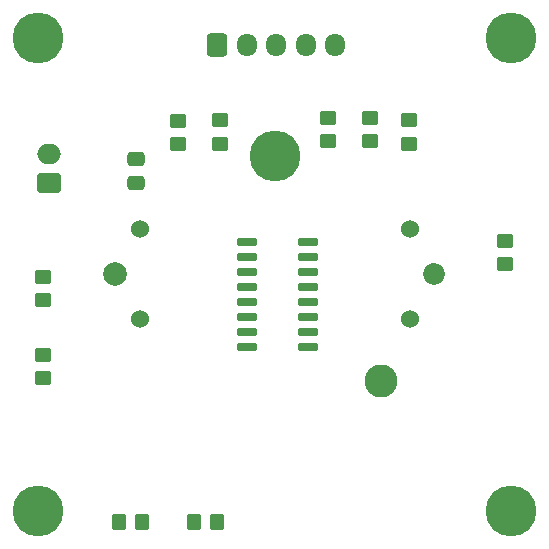
<source format=gbr>
%TF.GenerationSoftware,KiCad,Pcbnew,6.0.11+dfsg-1*%
%TF.CreationDate,2023-12-03T14:37:14-05:00*%
%TF.ProjectId,x27_controller,7832375f-636f-46e7-9472-6f6c6c65722e,rev?*%
%TF.SameCoordinates,Original*%
%TF.FileFunction,Soldermask,Bot*%
%TF.FilePolarity,Negative*%
%FSLAX46Y46*%
G04 Gerber Fmt 4.6, Leading zero omitted, Abs format (unit mm)*
G04 Created by KiCad (PCBNEW 6.0.11+dfsg-1) date 2023-12-03 14:37:14*
%MOMM*%
%LPD*%
G01*
G04 APERTURE LIST*
G04 Aperture macros list*
%AMRoundRect*
0 Rectangle with rounded corners*
0 $1 Rounding radius*
0 $2 $3 $4 $5 $6 $7 $8 $9 X,Y pos of 4 corners*
0 Add a 4 corners polygon primitive as box body*
4,1,4,$2,$3,$4,$5,$6,$7,$8,$9,$2,$3,0*
0 Add four circle primitives for the rounded corners*
1,1,$1+$1,$2,$3*
1,1,$1+$1,$4,$5*
1,1,$1+$1,$6,$7*
1,1,$1+$1,$8,$9*
0 Add four rect primitives between the rounded corners*
20,1,$1+$1,$2,$3,$4,$5,0*
20,1,$1+$1,$4,$5,$6,$7,0*
20,1,$1+$1,$6,$7,$8,$9,0*
20,1,$1+$1,$8,$9,$2,$3,0*%
G04 Aperture macros list end*
%ADD10C,1.850000*%
%ADD11C,4.300000*%
%ADD12C,2.800000*%
%ADD13C,2.000000*%
%ADD14C,1.524000*%
%ADD15RoundRect,0.250000X0.475000X-0.337500X0.475000X0.337500X-0.475000X0.337500X-0.475000X-0.337500X0*%
%ADD16RoundRect,0.250000X-0.600000X-0.725000X0.600000X-0.725000X0.600000X0.725000X-0.600000X0.725000X0*%
%ADD17O,1.700000X1.950000*%
%ADD18RoundRect,0.250000X0.750000X-0.600000X0.750000X0.600000X-0.750000X0.600000X-0.750000X-0.600000X0*%
%ADD19O,2.000000X1.700000*%
%ADD20RoundRect,0.250000X-0.450000X0.350000X-0.450000X-0.350000X0.450000X-0.350000X0.450000X0.350000X0*%
%ADD21RoundRect,0.250000X0.450000X-0.350000X0.450000X0.350000X-0.450000X0.350000X-0.450000X-0.350000X0*%
%ADD22RoundRect,0.250000X0.350000X0.450000X-0.350000X0.450000X-0.350000X-0.450000X0.350000X-0.450000X0*%
%ADD23RoundRect,0.150000X-0.725000X-0.150000X0.725000X-0.150000X0.725000X0.150000X-0.725000X0.150000X0*%
G04 APERTURE END LIST*
D10*
%TO.C,M1*%
X138500000Y-75000000D03*
D11*
X125000000Y-65000000D03*
D12*
X134000000Y-84000000D03*
D13*
X111500000Y-75000000D03*
D14*
X136430000Y-71190000D03*
X136430000Y-78810000D03*
X113570000Y-78810000D03*
X113570000Y-71190000D03*
%TD*%
D11*
%TO.C,REF\u002A\u002A*%
X105000000Y-55000000D03*
%TD*%
%TO.C,REF\u002A\u002A*%
X145000000Y-55000000D03*
%TD*%
%TO.C,REF\u002A\u002A*%
X105000000Y-95000000D03*
%TD*%
%TO.C,REF\u002A\u002A*%
X145000000Y-95000000D03*
%TD*%
D15*
%TO.C,C1*%
X113284000Y-67310000D03*
X113284000Y-65235000D03*
%TD*%
D16*
%TO.C,J1*%
X120142000Y-55626000D03*
D17*
X122642000Y-55626000D03*
X125142000Y-55626000D03*
X127642000Y-55626000D03*
X130142000Y-55626000D03*
%TD*%
D18*
%TO.C,J2*%
X105918000Y-67310000D03*
D19*
X105918000Y-64810000D03*
%TD*%
D20*
%TO.C,R1*%
X116840000Y-61992000D03*
X116840000Y-63992000D03*
%TD*%
%TO.C,R2*%
X120396000Y-61976000D03*
X120396000Y-63976000D03*
%TD*%
%TO.C,R3*%
X129540000Y-61738000D03*
X129540000Y-63738000D03*
%TD*%
%TO.C,R4*%
X133096000Y-61738000D03*
X133096000Y-63738000D03*
%TD*%
%TO.C,R5*%
X136398000Y-61976000D03*
X136398000Y-63976000D03*
%TD*%
%TO.C,R6*%
X144526000Y-72152000D03*
X144526000Y-74152000D03*
%TD*%
D21*
%TO.C,R7*%
X105410000Y-77200000D03*
X105410000Y-75200000D03*
%TD*%
%TO.C,R8*%
X105410000Y-83820000D03*
X105410000Y-81820000D03*
%TD*%
D22*
%TO.C,R9*%
X113776000Y-96012000D03*
X111776000Y-96012000D03*
%TD*%
%TO.C,R10*%
X120142000Y-96012000D03*
X118142000Y-96012000D03*
%TD*%
D23*
%TO.C,U1*%
X122647000Y-81153000D03*
X122647000Y-79883000D03*
X122647000Y-78613000D03*
X122647000Y-77343000D03*
X122647000Y-76073000D03*
X122647000Y-74803000D03*
X122647000Y-73533000D03*
X122647000Y-72263000D03*
X127797000Y-72263000D03*
X127797000Y-73533000D03*
X127797000Y-74803000D03*
X127797000Y-76073000D03*
X127797000Y-77343000D03*
X127797000Y-78613000D03*
X127797000Y-79883000D03*
X127797000Y-81153000D03*
%TD*%
M02*

</source>
